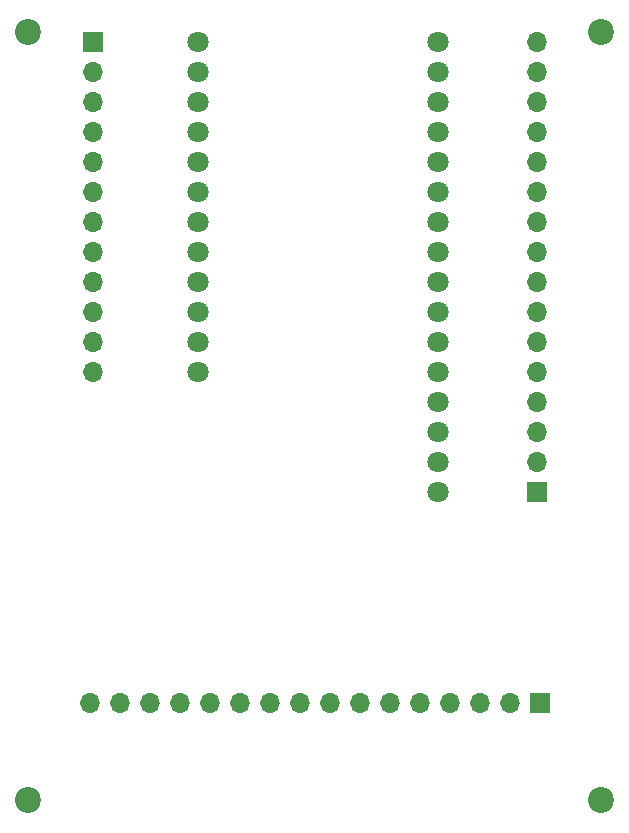
<source format=gbr>
%TF.GenerationSoftware,KiCad,Pcbnew,(5.1.8)-1*%
%TF.CreationDate,2021-11-07T11:05:33-05:00*%
%TF.ProjectId,controller,636f6e74-726f-46c6-9c65-722e6b696361,rev?*%
%TF.SameCoordinates,Original*%
%TF.FileFunction,Soldermask,Bot*%
%TF.FilePolarity,Negative*%
%FSLAX46Y46*%
G04 Gerber Fmt 4.6, Leading zero omitted, Abs format (unit mm)*
G04 Created by KiCad (PCBNEW (5.1.8)-1) date 2021-11-07 11:05:33*
%MOMM*%
%LPD*%
G01*
G04 APERTURE LIST*
%ADD10C,1.800000*%
%ADD11C,2.200000*%
%ADD12O,1.700000X1.700000*%
%ADD13R,1.700000X1.700000*%
G04 APERTURE END LIST*
D10*
%TO.C,U1*%
X157215000Y-58834999D03*
X157215000Y-61374999D03*
X157215000Y-63914999D03*
X157215000Y-66454999D03*
X157215000Y-68994999D03*
X157215000Y-71534999D03*
X157215000Y-74074999D03*
X157215000Y-76614999D03*
X157215000Y-79154999D03*
X157215000Y-81694999D03*
X157215000Y-84234999D03*
X157215000Y-86774999D03*
X157215000Y-89314999D03*
X157215000Y-91854999D03*
X157215000Y-94394999D03*
X157215000Y-96934999D03*
X136895000Y-86774999D03*
X136895000Y-84234999D03*
X136895000Y-81694999D03*
X136895000Y-79154999D03*
X136895000Y-76614999D03*
X136895000Y-74074999D03*
X136895000Y-71534999D03*
X136895000Y-68994999D03*
X136895000Y-66454999D03*
X136895000Y-63914999D03*
X136895000Y-61374999D03*
X136895000Y-58834999D03*
%TD*%
D11*
%TO.C,H4*%
X171000000Y-123000000D03*
%TD*%
%TO.C,H3*%
X171000000Y-58000000D03*
%TD*%
%TO.C,H2*%
X122500000Y-123000000D03*
%TD*%
%TO.C,H1*%
X122500000Y-58000000D03*
%TD*%
D12*
%TO.C,J3*%
X127740000Y-114790000D03*
X130280000Y-114790000D03*
X132820000Y-114790000D03*
X135360000Y-114790000D03*
X137900000Y-114790000D03*
X140440000Y-114790000D03*
X142980000Y-114790000D03*
X145520000Y-114790000D03*
X148060000Y-114790000D03*
X150600000Y-114790000D03*
X153140000Y-114790000D03*
X155680000Y-114790000D03*
X158220000Y-114790000D03*
X160760000Y-114790000D03*
X163300000Y-114790000D03*
D13*
X165840000Y-114790000D03*
%TD*%
D12*
%TO.C,J2*%
X165640000Y-58840000D03*
X165640000Y-61380000D03*
X165640000Y-63920000D03*
X165640000Y-66460000D03*
X165640000Y-69000000D03*
X165640000Y-71540000D03*
X165640000Y-74080000D03*
X165640000Y-76620000D03*
X165640000Y-79160000D03*
X165640000Y-81700000D03*
X165640000Y-84240000D03*
X165640000Y-86780000D03*
X165640000Y-89320000D03*
X165640000Y-91860000D03*
X165640000Y-94400000D03*
D13*
X165640000Y-96940000D03*
%TD*%
D12*
%TO.C,J1*%
X128020000Y-86780000D03*
X128020000Y-84240000D03*
X128020000Y-81700000D03*
X128020000Y-79160000D03*
X128020000Y-76620000D03*
X128020000Y-74080000D03*
X128020000Y-71540000D03*
X128020000Y-69000000D03*
X128020000Y-66460000D03*
X128020000Y-63920000D03*
X128020000Y-61380000D03*
D13*
X128020000Y-58840000D03*
%TD*%
M02*

</source>
